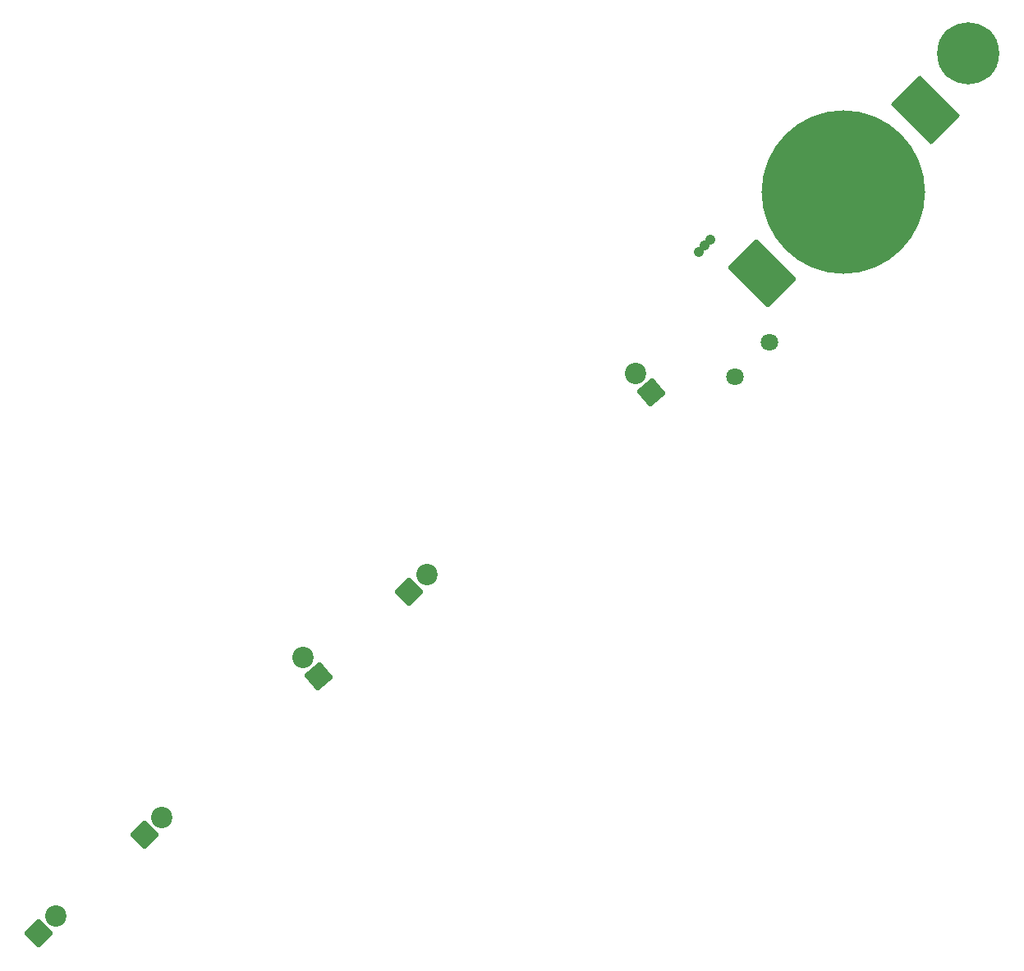
<source format=gbr>
%TF.GenerationSoftware,KiCad,Pcbnew,(6.0.1)*%
%TF.CreationDate,2022-06-23T19:30:41-05:00*%
%TF.ProjectId,toorcamp-sign-lts,746f6f72-6361-46d7-902d-7369676e2d6c,rev?*%
%TF.SameCoordinates,Original*%
%TF.FileFunction,Soldermask,Bot*%
%TF.FilePolarity,Negative*%
%FSLAX46Y46*%
G04 Gerber Fmt 4.6, Leading zero omitted, Abs format (unit mm)*
G04 Created by KiCad (PCBNEW (6.0.1)) date 2022-06-23 19:30:41*
%MOMM*%
%LPD*%
G01*
G04 APERTURE LIST*
G04 Aperture macros list*
%AMRoundRect*
0 Rectangle with rounded corners*
0 $1 Rounding radius*
0 $2 $3 $4 $5 $6 $7 $8 $9 X,Y pos of 4 corners*
0 Add a 4 corners polygon primitive as box body*
4,1,4,$2,$3,$4,$5,$6,$7,$8,$9,$2,$3,0*
0 Add four circle primitives for the rounded corners*
1,1,$1+$1,$2,$3*
1,1,$1+$1,$4,$5*
1,1,$1+$1,$6,$7*
1,1,$1+$1,$8,$9*
0 Add four rect primitives between the rounded corners*
20,1,$1+$1,$2,$3,$4,$5,0*
20,1,$1+$1,$4,$5,$6,$7,0*
20,1,$1+$1,$6,$7,$8,$9,0*
20,1,$1+$1,$8,$9,$2,$3,0*%
%AMHorizOval*
0 Thick line with rounded ends*
0 $1 width*
0 $2 $3 position (X,Y) of the first rounded end (center of the circle)*
0 $4 $5 position (X,Y) of the second rounded end (center of the circle)*
0 Add line between two ends*
20,1,$1,$2,$3,$4,$5,0*
0 Add two circle primitives to create the rounded ends*
1,1,$1,$2,$3*
1,1,$1,$4,$5*%
G04 Aperture macros list end*
%ADD10C,6.400000*%
%ADD11RoundRect,0.200000X0.570847X-3.298724X3.298724X-0.570847X-0.570847X3.298724X-3.298724X0.570847X0*%
%ADD12RoundRect,0.200000X0.570847X-3.334645X3.334645X-0.570847X-0.570847X3.334645X-3.334645X0.570847X0*%
%ADD13C,16.859512*%
%ADD14C,1.800000*%
%ADD15HorizOval,1.800000X0.000000X0.000000X0.000000X0.000000X0*%
%ADD16RoundRect,0.200000X0.000000X-1.272792X1.272792X0.000000X0.000000X1.272792X-1.272792X0.000000X0*%
%ADD17C,2.200000*%
%ADD18RoundRect,0.200000X1.267949X-0.110931X0.110931X1.267949X-1.267949X0.110931X-0.110931X-1.267949X0*%
%ADD19C,1.050000*%
G04 APERTURE END LIST*
D10*
%TO.C,REF\u002A\u002A*%
X203276200Y-68275200D03*
%TD*%
D11*
%TO.C,BT1*%
X181998144Y-90935681D03*
D12*
X198834356Y-74099469D03*
D13*
X190416250Y-82517575D03*
%TD*%
D14*
%TO.C,R1*%
X182778400Y-98018600D03*
D15*
X179186298Y-101610702D03*
%TD*%
D16*
%TO.C,D2*%
X118331050Y-148887775D03*
D17*
X120127101Y-147091724D03*
%TD*%
D16*
%TO.C,D5*%
X107409050Y-159047775D03*
D17*
X109205101Y-157251724D03*
%TD*%
D18*
%TO.C,D4*%
X170553450Y-103218575D03*
D17*
X168920769Y-101272822D03*
%TD*%
D16*
%TO.C,D1*%
X145610650Y-123767175D03*
D17*
X147406701Y-121971124D03*
%TD*%
D18*
%TO.C,D3*%
X136270204Y-132516282D03*
D17*
X134637523Y-130570529D03*
%TD*%
D19*
%TO.C,SW1*%
X175461813Y-88713370D03*
X176072470Y-88102712D03*
X176683128Y-87492055D03*
%TD*%
M02*

</source>
